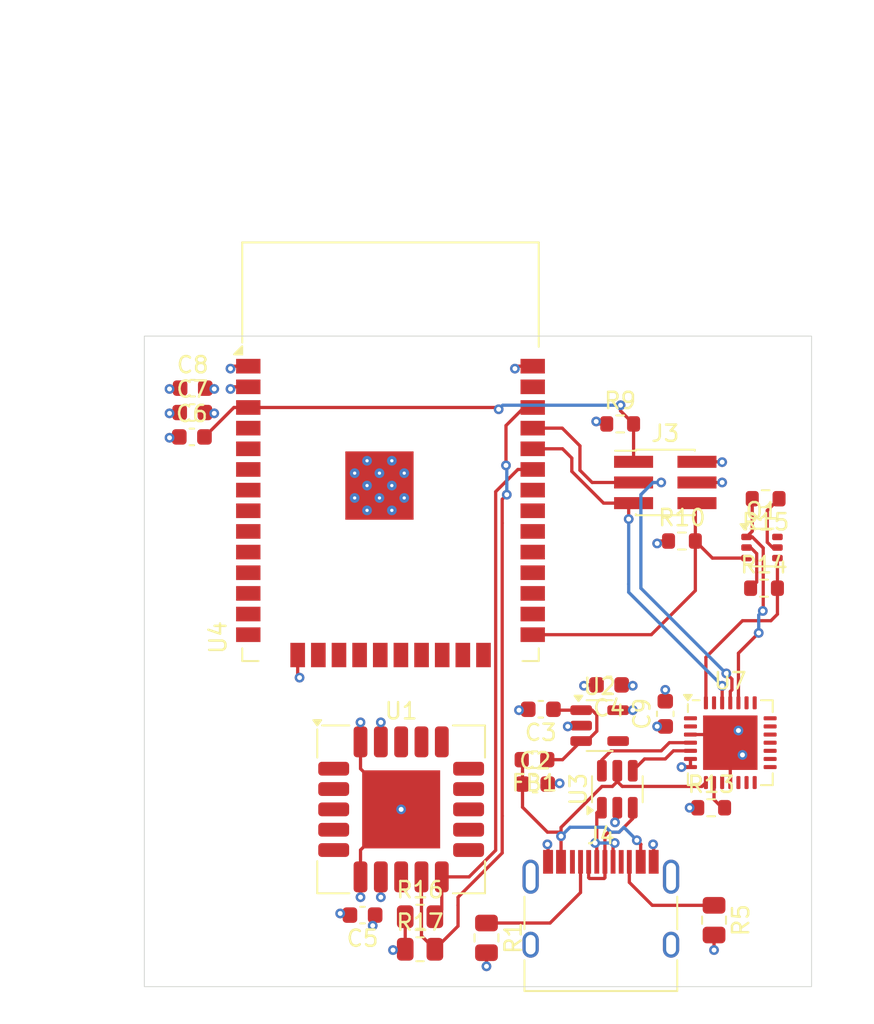
<source format=kicad_pcb>
(kicad_pcb (version 20241229) (generator "pcbnew") (generator_version "9.0")
  (layers (0 "F.Cu" signal) (4 "In1.Cu" signal) (6 "In2.Cu" signal) (2 "B.Cu" signal) (13 "F.Paste" user) (15 "B.Paste" user) (5 "F.SilkS" user "F.Silkscreen") (7 "B.SilkS" user "B.Silkscreen") (1 "F.Mask" user) (3 "B.Mask" user) (25 "Edge.Cuts" user))
  (net 0 "")
  (net 1 "GND")
  (net 2 "VIN")
  (net 3 "Net-(U2-EN)")
  (net 4 "+3.3V")
  (net 5 "EN")
  (net 7 "Net-(J4-CC2)")
  (net 8 "BT")
  (net 9 "TX")
  (net 10 "RX")
  (net 11 "SDA")
  (net 12 "SCL")
  (net 14 "USBN")
  (net 15 "USBP")
  (net 17 "/STDEsp32/GPIO35")
  (net 18 "/STDEsp32/GPIO12")
  (net 19 "/STDEsp32/GPIO39")
  (net 20 "/STDEsp32/GPIO33")
  (net 21 "/STDEsp32/GPIO16")
  (net 23 "/STDEsp32/GPIO34")
  (net 24 "/STDEsp32/GPIO26")
  (net 25 "/STDEsp32/GPIO25")
  (net 26 "/STDEsp32/GPIO36")
  (net 27 "/STDEsp32/GPIO14")
  (net 28 "/STDEsp32/GPIO27")
  (net 29 "/STDEsp32/GPIO17")
  (net 30 "/STDEsp32/GPIO19")
  (net 31 "/STDEsp32/GPIO32")
  (net 32 "/STDEsp32/GPIO2")
  (net 33 "/STDEsp32/GPIO13")
  (net 34 "/STDEsp32/GPIO15")
  (net 35 "/STDEsp32/GPIO18")
  (net 36 "/STDEsp32/GPIO5")
  (net 41 "/STDEsp32/GPIO23")
  (net 42 "/STDEsp32/GPIO4")
  (net 44 "/USBSerial/EN")
  (net 45 "Net-(Q1A-B1)")
  (net 46 "Net-(Q1A-E1)")
  (net 47 "Net-(Q1B-B2)")
  (net 48 "Net-(Q1B-E2)")
  (net 49 "Net-(U7-~{RST})")
  (net 66 "D-")
  (net 67 "D+")
  (net 69 "Net-(J4-CC1)")
  (footprint "Resistor_SMD:R_0603_1608Metric" (layer "F.Cu") (at 193.825 94)
    (property "Reference" "R13" (at 0 -1.43 0) (layer "F.SilkS"))
    (property "Value" "1k")
    (pad "1" smd roundrect (at -0.825 0) (size 0.8 0.95) (layers "F.Cu" "F.Mask" "F.Paste") (net 4 "+3.3V"))
    (pad "2" smd roundrect (at 0.825 0) (size 0.8 0.95) (layers "F.Cu" "F.Mask" "F.Paste") (net 49 "Net-(U7-~{RST})"))
  )
  (footprint "Capacitor_SMD:C_0603_1608Metric" (layer "F.Cu") (at 191 88.225 90)
    (property "Reference" "C9" (at 0 -1.43 90) (layer "F.SilkS"))
    (property "Value" "10u")
    (pad "1" smd roundrect (at -0.775 0 90) (size 0.9 0.95) (layers "F.Cu" "F.Mask" "F.Paste") (net 4 "+3.3V"))
    (pad "2" smd roundrect (at 0.775 0 90) (size 0.9 0.95) (layers "F.Cu" "F.Mask" "F.Paste") (net 1 "GND"))
  )
  (footprint "Package_DFN_QFN:QFN-28-1EP_5x5mm_P0.5mm_EP3.35x3.35mm" (layer "F.Cu") (at 195 90)
    (property "Reference" "U7" (at 0 -3.8 0) (layer "F.SilkS"))
    (property "Value" "CP2102N-Axx-xQFN28")
    (pad "1" smd roundrect (at -2.45 -1.5) (size 0.8 0.25) (layers "F.Cu" "F.Mask" "F.Paste"))
    (pad "2" smd roundrect (at -2.45 -1) (size 0.8 0.25) (layers "F.Cu" "F.Mask" "F.Paste"))
    (pad "3" smd roundrect (at -2.45 -0.5) (size 0.8 0.25) (layers "F.Cu" "F.Mask" "F.Paste") (net 1 "GND"))
    (pad "4" smd roundrect (at -2.45 0) (size 0.8 0.25) (layers "F.Cu" "F.Mask" "F.Paste") (net 15 "USBP"))
    (pad "5" smd roundrect (at -2.45 0.5) (size 0.8 0.25) (layers "F.Cu" "F.Mask" "F.Paste") (net 14 "USBN"))
    (pad "6" smd roundrect (at -2.45 1) (size 0.8 0.25) (layers "F.Cu" "F.Mask" "F.Paste") (net 4 "+3.3V"))
    (pad "7" smd roundrect (at -2.45 1.5) (size 0.8 0.25) (layers "F.Cu" "F.Mask" "F.Paste") (net 4 "+3.3V"))
    (pad "8" smd roundrect (at -1.5 2.45) (size 0.25 0.8) (layers "F.Cu" "F.Mask" "F.Paste") (net 2 "VIN"))
    (pad "9" smd roundrect (at -1 2.45) (size 0.25 0.8) (layers "F.Cu" "F.Mask" "F.Paste") (net 49 "Net-(U7-~{RST})"))
    (pad "10" smd roundrect (at -0.5 2.45) (size 0.25 0.8) (layers "F.Cu" "F.Mask" "F.Paste"))
    (pad "11" smd roundrect (at 0 2.45) (size 0.25 0.8) (layers "F.Cu" "F.Mask" "F.Paste") (net 1 "GND"))
    (pad "12" smd roundrect (at 0.5 2.45) (size 0.25 0.8) (layers "F.Cu" "F.Mask" "F.Paste"))
    (pad "13" smd roundrect (at 1 2.45) (size 0.25 0.8) (layers "F.Cu" "F.Mask" "F.Paste"))
    (pad "14" smd roundrect (at 1.5 2.45) (size 0.25 0.8) (layers "F.Cu" "F.Mask" "F.Paste"))
    (pad "15" smd roundrect (at 2.45 1.5) (size 0.8 0.25) (layers "F.Cu" "F.Mask" "F.Paste"))
    (pad "16" smd roundrect (at 2.45 1) (size 0.8 0.25) (layers "F.Cu" "F.Mask" "F.Paste"))
    (pad "17" smd roundrect (at 2.45 0.5) (size 0.8 0.25) (layers "F.Cu" "F.Mask" "F.Paste"))
    (pad "18" smd roundrect (at 2.45 0) (size 0.8 0.25) (layers "F.Cu" "F.Mask" "F.Paste"))
    (pad "19" smd roundrect (at 2.45 -0.5) (size 0.8 0.25) (layers "F.Cu" "F.Mask" "F.Paste"))
    (pad "20" smd roundrect (at 2.45 -1) (size 0.8 0.25) (layers "F.Cu" "F.Mask" "F.Paste"))
    (pad "21" smd roundrect (at 2.45 -1.5) (size 0.8 0.25) (layers "F.Cu" "F.Mask" "F.Paste"))
    (pad "22" smd roundrect (at 1.5 -2.45) (size 0.25 0.8) (layers "F.Cu" "F.Mask" "F.Paste"))
    (pad "23" smd roundrect (at 1 -2.45) (size 0.25 0.8) (layers "F.Cu" "F.Mask" "F.Paste"))
    (pad "24" smd roundrect (at 0.5 -2.45) (size 0.25 0.8) (layers "F.Cu" "F.Mask" "F.Paste") (net 46 "Net-(Q1A-E1)"))
    (pad "25" smd roundrect (at 0 -2.45) (size 0.25 0.8) (layers "F.Cu" "F.Mask" "F.Paste") (net 9 "TX"))
    (pad "26" smd roundrect (at -0.5 -2.45) (size 0.25 0.8) (layers "F.Cu" "F.Mask" "F.Paste") (net 10 "RX"))
    (pad "27" smd roundrect (at -1 -2.45) (size 0.25 0.8) (layers "F.Cu" "F.Mask" "F.Paste"))
    (pad "28" smd roundrect (at -1.5 -2.45) (size 0.25 0.8) (layers "F.Cu" "F.Mask" "F.Paste") (net 48 "Net-(Q1B-E2)"))
    (pad "29" smd rect (at 0 0) (size 3.35 3.35) (property pad_prop_heatsink) (layers "F.Cu" "F.Mask") (net 1 "GND"))
  )
  (footprint "Resistor_SMD:R_0805_2012Metric" (layer "F.Cu") (at 194 100.9125 -90)
    (property "Reference" "R5" (at 0 -1.65 90) (layer "F.SilkS"))
    (property "Value" "5k1")
    (pad "1" smd roundrect (at -0.9125 0 270) (size 1.025 1.4) (layers "F.Cu" "F.Mask" "F.Paste") (roundrect_rratio 0.243902) (net 7 "Net-(J4-CC2)"))
    (pad "2" smd roundrect (at 0.9125 0 270) (size 1.025 1.4) (layers "F.Cu" "F.Mask" "F.Paste") (roundrect_rratio 0.243902) (net 1 "GND"))
  )
  (footprint "Resistor_SMD:R_0805_2012Metric" (layer "F.Cu") (at 175.9125 102.7)
    (property "Reference" "R17" (at 0 -1.65 0) (layer "F.SilkS"))
    (property "Value" "10k")
    (pad "1" smd roundrect (at -0.9125 0) (size 1.025 1.4) (layers "F.Cu" "F.Mask" "F.Paste") (roundrect_rratio 0.243902) (net 4 "+3.3V"))
    (pad "2" smd roundrect (at 0.9125 0) (size 1.025 1.4) (layers "F.Cu" "F.Mask" "F.Paste") (roundrect_rratio 0.243902) (net 12 "SCL"))
  )
  (footprint "Resistor_SMD:R_0805_2012Metric" (layer "F.Cu") (at 175.9125 100.7)
    (property "Reference" "R16" (at 0 -1.65 0) (layer "F.SilkS"))
    (property "Value" "10k")
    (pad "1" smd roundrect (at -0.9125 0) (size 1.025 1.4) (layers "F.Cu" "F.Mask" "F.Paste") (roundrect_rratio 0.243902) (net 4 "+3.3V"))
    (pad "2" smd roundrect (at 0.9125 0) (size 1.025 1.4) (layers "F.Cu" "F.Mask" "F.Paste") (roundrect_rratio 0.243902) (net 11 "SDA"))
  )
  (footprint "Resistor_SMD:R_0603_1608Metric" (layer "F.Cu") (at 188.225 70.4)
    (property "Reference" "R9" (at 0 -1.43 0) (layer "F.SilkS"))
    (property "Value" "10K")
    (pad "1" smd roundrect (at -0.825 0) (size 0.8 0.95) (layers "F.Cu" "F.Mask" "F.Paste") (net 4 "+3.3V"))
    (pad "2" smd roundrect (at 0.825 0) (size 0.8 0.95) (layers "F.Cu" "F.Mask" "F.Paste") (net 5 "EN"))
  )
  (footprint "Capacitor_SMD:C_0603_1608Metric" (layer "F.Cu") (at 172.375 100.6 180)
    (property "Reference" "C5" (at 0 -1.43 0) (layer "F.SilkS"))
    (property "Value" "1uF")
    (pad "1" smd roundrect (at -0.775 0 180) (size 0.9 0.95) (layers "F.Cu" "F.Mask" "F.Paste") (net 4 "+3.3V"))
    (pad "2" smd roundrect (at 0.775 0 180) (size 0.9 0.95) (layers "F.Cu" "F.Mask" "F.Paste") (net 1 "GND"))
  )
  (footprint "Connector_PinHeader_1.27mm:PinHeader_2x03_P1.27mm_Vertical_SMD" (layer "F.Cu") (at 191 74)
    (property "Reference" "J3" (at 0 -3.015 0) (layer "F.SilkS"))
    (property "Value" "Prog")
    (pad "1" smd rect (at -1.95 -1.27) (size 2.4 0.74) (layers "F.Cu" "F.Mask" "F.Paste") (net 5 "EN"))
    (pad "2" smd rect (at 1.95 -1.27) (size 2.4 0.74) (layers "F.Cu" "F.Mask" "F.Paste") (net 4 "+3.3V"))
    (pad "3" smd rect (at -1.95 0) (size 2.4 0.74) (layers "F.Cu" "F.Mask" "F.Paste") (net 9 "TX"))
    (pad "4" smd rect (at 1.95 0) (size 2.4 0.74) (layers "F.Cu" "F.Mask" "F.Paste") (net 1 "GND"))
    (pad "5" smd rect (at -1.95 1.27) (size 2.4 0.74) (layers "F.Cu" "F.Mask" "F.Paste") (net 10 "RX"))
    (pad "6" smd rect (at 1.95 1.27) (size 2.4 0.74) (layers "F.Cu" "F.Mask" "F.Paste") (net 8 "BT"))
  )
  (footprint "Capacitor_SMD:C_0603_1608Metric" (layer "F.Cu") (at 182.9925 92.545)
    (property "Reference" "C2" (at 0 -1.43 0) (layer "F.SilkS"))
    (property "Value" "10nF")
    (pad "1" smd roundrect (at -0.775 0) (size 0.9 0.95) (layers "F.Cu" "F.Mask" "F.Paste") (net 2 "VIN"))
    (pad "2" smd roundrect (at 0.775 0) (size 0.9 0.95) (layers "F.Cu" "F.Mask" "F.Paste") (net 1 "GND"))
  )
  (footprint "Inductor_SMD:L_0603_1608Metric" (layer "F.Cu") (at 182.955 91.045 180)
    (property "Reference" "FB1" (at 0 -1.43 0) (layer "F.SilkS"))
    (property "Value" "Ferrite Bead")
    (pad "1" smd roundrect (at -0.7875 0 180) (size 0.875 0.95) (layers "F.Cu" "F.Mask" "F.Paste") (net 3 "Net-(U2-EN)"))
    (pad "2" smd roundrect (at 0.7875 0 180) (size 0.875 0.95) (layers "F.Cu" "F.Mask" "F.Paste") (net 2 "VIN"))
  )
  (footprint "Capacitor_SMD:C_0603_1608Metric" (layer "F.Cu") (at 161.925 68.2)
    (property "Reference" "C8" (at 0 -1.43 0) (layer "F.SilkS"))
    (property "Value" "0.1uf")
    (pad "1" smd roundrect (at -0.775 0) (size 0.9 0.95) (layers "F.Cu" "F.Mask" "F.Paste") (net 1 "GND"))
    (pad "2" smd roundrect (at 0.775 0) (size 0.9 0.95) (layers "F.Cu" "F.Mask" "F.Paste") (net 4 "+3.3V"))
  )
  (footprint "Capacitor_SMD:C_0603_1608Metric" (layer "F.Cu") (at 161.875 71.2)
    (property "Reference" "C6" (at 0 -1.43 0) (layer "F.SilkS"))
    (property "Value" "0.1uf")
    (pad "1" smd roundrect (at -0.775 0) (size 0.9 0.95) (layers "F.Cu" "F.Mask" "F.Paste") (net 1 "GND"))
    (pad "2" smd roundrect (at 0.775 0) (size 0.9 0.95) (layers "F.Cu" "F.Mask" "F.Paste") (net 5 "EN"))
  )
  (footprint "Package_TO_SOT_SMD:SOT-363_SC-70-6" (layer "F.Cu") (at 196.95 78)
    (property "Reference" "Q1" (at 0 -2.25 0) (layer "F.SilkS"))
    (property "Value" "BC846BS")
    (pad "1" smd roundrect (at -0.95 -0.65) (size 0.65 0.4) (layers "F.Cu" "F.Mask" "F.Paste") (net 46 "Net-(Q1A-E1)"))
    (pad "2" smd roundrect (at -0.95 0) (size 0.65 0.4) (layers "F.Cu" "F.Mask" "F.Paste") (net 45 "Net-(Q1A-B1)"))
    (pad "3" smd roundrect (at -0.95 0.65) (size 0.65 0.4) (layers "F.Cu" "F.Mask" "F.Paste") (net 8 "BT"))
    (pad "4" smd roundrect (at 0.95 0.65) (size 0.65 0.4) (layers "F.Cu" "F.Mask" "F.Paste") (net 48 "Net-(Q1B-E2)"))
    (pad "5" smd roundrect (at 0.95 0) (size 0.65 0.4) (layers "F.Cu" "F.Mask" "F.Paste") (net 47 "Net-(Q1B-B2)"))
    (pad "6" smd roundrect (at 0.95 -0.65) (size 0.65 0.4) (layers "F.Cu" "F.Mask" "F.Paste") (net 44 "/USBSerial/EN"))
  )
  (footprint "Connector_USB:USB_C_Receptacle_HRO_TYPE-C-31-M-12" (layer "F.Cu") (at 187.0375 101.37)
    (property "Reference" "J4" (at 0 -5.645 0) (layer "F.SilkS"))
    (property "Value" "USB_C_Receptacle")
    (pad "" np_thru_hole circle (at -2.89 -2.6) (size 0.65 0.65) (drill 0.65) (layers "*.Cu" "*.Mask"))
    (pad "" np_thru_hole circle (at 2.89 -2.6) (size 0.65 0.65) (drill 0.65) (layers "*.Cu" "*.Mask"))
    (pad "A1" smd rect (at -3.25 -4.045) (size 0.6 1.45) (layers "F.Cu" "F.Mask" "F.Paste") (net 1 "GND"))
    (pad "A4" smd rect (at -2.45 -4.045) (size 0.6 1.45) (layers "F.Cu" "F.Mask" "F.Paste") (net 2 "VIN"))
    (pad "A5" smd rect (at -1.25 -4.045) (size 0.3 1.45) (layers "F.Cu" "F.Mask" "F.Paste") (net 69 "Net-(J4-CC1)"))
    (pad "A6" smd rect (at -0.25 -4.045) (size 0.3 1.45) (layers "F.Cu" "F.Mask" "F.Paste") (net 67 "D+"))
    (pad "A7" smd rect (at 0.25 -4.045) (size 0.3 1.45) (layers "F.Cu" "F.Mask" "F.Paste") (net 66 "D-"))
    (pad "A8" smd rect (at 1.25 -4.045) (size 0.3 1.45) (layers "F.Cu" "F.Mask" "F.Paste"))
    (pad "A9" smd rect (at 2.45 -4.045) (size 0.6 1.45) (layers "F.Cu" "F.Mask" "F.Paste") (net 2 "VIN"))
    (pad "A12" smd rect (at 3.25 -4.045) (size 0.6 1.45) (layers "F.Cu" "F.Mask" "F.Paste") (net 1 "GND"))
    (pad "B1" smd rect (at 3.25 -4.045) (size 0.6 1.45) (layers "F.Cu" "F.Mask" "F.Paste") (net 1 "GND"))
    (pad "B4" smd rect (at 2.45 -4.045) (size 0.6 1.45) (layers "F.Cu" "F.Mask" "F.Paste") (net 2 "VIN"))
    (pad "B5" smd rect (at 1.75 -4.045) (size 0.3 1.45) (layers "F.Cu" "F.Mask" "F.Paste") (net 7 "Net-(J4-CC2)"))
    (pad "B6" smd rect (at 0.75 -4.045) (size 0.3 1.45) (layers "F.Cu" "F.Mask" "F.Paste") (net 67 "D+"))
    (pad "B7" smd rect (at -0.75 -4.045) (size 0.3 1.45) (layers "F.Cu" "F.Mask" "F.Paste") (net 66 "D-"))
    (pad "B8" smd rect (at -1.75 -4.045) (size 0.3 1.45) (layers "F.Cu" "F.Mask" "F.Paste"))
    (pad "B9" smd rect (at -2.45 -4.045) (size 0.6 1.45) (layers "F.Cu" "F.Mask" "F.Paste") (net 2 "VIN"))
    (pad "B12" smd rect (at -3.25 -4.045) (size 0.6 1.45) (layers "F.Cu" "F.Mask" "F.Paste") (net 1 "GND"))
    (pad "S1" thru_hole oval (at -4.32 -3.13) (size 1 2.1) (drill oval 0.6 1.7) (property pad_prop_heatsink) (layers "*.Cu" "*.Mask") (net 1 "GND"))
    (pad "S1" thru_hole oval (at -4.32 1.05) (size 1 1.6) (drill oval 0.6 1.2) (property pad_prop_heatsink) (layers "*.Cu" "*.Mask") (net 1 "GND"))
    (pad "S1" thru_hole oval (at 4.32 -3.13) (size 1 2.1) (drill oval 0.6 1.7) (property pad_prop_heatsink) (layers "*.Cu" "*.Mask") (net 1 "GND"))
    (pad "S1" thru_hole oval (at 4.32 1.05) (size 1 1.6) (drill oval 0.6 1.2) (property pad_prop_heatsink) (layers "*.Cu" "*.Mask") (net 1 "GND"))
  )
  (footprint "Resistor_SMD:R_0603_1608Metric" (layer "F.Cu") (at 197.175 75 180)
    (property "Reference" "R15" (at 0 -1.43 0) (layer "F.SilkS"))
    (property "Value" "10k")
    (pad "1" smd roundrect (at -0.825 0 180) (size 0.8 0.95) (layers "F.Cu" "F.Mask" "F.Paste") (net 47 "Net-(Q1B-B2)"))
    (pad "2" smd roundrect (at 0.825 0 180) (size 0.8 0.95) (layers "F.Cu" "F.Mask" "F.Paste") (net 46 "Net-(Q1A-E1)"))
  )
  (footprint "Package_TO_SOT_SMD:SOT-23-6" (layer "F.Cu") (at 188.05 92.8625 90)
    (property "Reference" "U3" (at 0 -2.4 90) (layer "F.SilkS"))
    (property "Value" "USBLC6-2SC6")
    (pad "1" smd roundrect (at -1.1375 -0.95 90) (size 1.325 0.6) (layers "F.Cu" "F.Mask" "F.Paste") (net 67 "D+"))
    (pad "2" smd roundrect (at -1.1375 0 90) (size 1.325 0.6) (layers "F.Cu" "F.Mask" "F.Paste") (net 1 "GND"))
    (pad "3" smd roundrect (at -1.1375 0.95 90) (size 1.325 0.6) (layers "F.Cu" "F.Mask" "F.Paste") (net 66 "D-"))
    (pad "4" smd roundrect (at 1.1375 0.95 90) (size 1.325 0.6) (layers "F.Cu" "F.Mask" "F.Paste") (net 14 "USBN"))
    (pad "5" smd roundrect (at 1.1375 0 90) (size 1.325 0.6) (layers "F.Cu" "F.Mask" "F.Paste") (net 2 "VIN"))
    (pad "6" smd roundrect (at 1.1375 -0.95 90) (size 1.325 0.6) (layers "F.Cu" "F.Mask" "F.Paste") (net 15 "USBP"))
  )
  (footprint "Package_TO_SOT_SMD:SOT-23-5" (layer "F.Cu") (at 186.9625 88.95)
    (property "Reference" "U2" (at 0 -2.4 0) (layer "F.SilkS"))
    (property "Value" "AP2112K-3.3")
    (pad "1" smd roundrect (at -1.1375 -0.95) (size 1.325 0.6) (layers "F.Cu" "F.Mask" "F.Paste") (net 3 "Net-(U2-EN)"))
    (pad "2" smd roundrect (at -1.1375 0) (size 1.325 0.6) (layers "F.Cu" "F.Mask" "F.Paste") (net 1 "GND"))
    (pad "3" smd roundrect (at -1.1375 0.95) (size 1.325 0.6) (layers "F.Cu" "F.Mask" "F.Paste") (net 3 "Net-(U2-EN)"))
    (pad "4" smd roundrect (at 1.1375 0.95) (size 1.325 0.6) (layers "F.Cu" "F.Mask" "F.Paste"))
    (pad "5" smd roundrect (at 1.1375 -0.95) (size 1.325 0.6) (layers "F.Cu" "F.Mask" "F.Paste") (net 4 "+3.3V"))
  )
  (footprint "RF_Module:ESP32-WROOM-32" (layer "F.Cu") (at 174.095 75.1)
    (property "Reference" "U4" (at -10.61 8.43 90) (layer "F.SilkS"))
    (property "Value" "ESP32-WROOM-32")
    (pad "1" smd rect (at -8.75 -8.25) (size 1.5 0.9) (layers "F.Cu" "F.Mask" "F.Paste") (net 1 "GND"))
    (pad "2" smd rect (at -8.75 -6.98) (size 1.5 0.9) (layers "F.Cu" "F.Mask" "F.Paste") (net 4 "+3.3V"))
    (pad "3" smd rect (at -8.75 -5.71) (size 1.5 0.9) (layers "F.Cu" "F.Mask" "F.Paste") (net 5 "EN"))
    (pad "4" smd rect (at -8.75 -4.44) (size 1.5 0.9) (layers "F.Cu" "F.Mask" "F.Paste") (net 26 "/STDEsp32/GPIO36"))
    (pad "5" smd rect (at -8.75 -3.17) (size 1.5 0.9) (layers "F.Cu" "F.Mask" "F.Paste") (net 19 "/STDEsp32/GPIO39"))
    (pad "6" smd rect (at -8.75 -1.9) (size 1.5 0.9) (layers "F.Cu" "F.Mask" "F.Paste") (net 23 "/STDEsp32/GPIO34"))
    (pad "7" smd rect (at -8.75 -0.63) (size 1.5 0.9) (layers "F.Cu" "F.Mask" "F.Paste") (net 17 "/STDEsp32/GPIO35"))
    (pad "8" smd rect (at -8.75 0.64) (size 1.5 0.9) (layers "F.Cu" "F.Mask" "F.Paste") (net 31 "/STDEsp32/GPIO32"))
    (pad "9" smd rect (at -8.75 1.91) (size 1.5 0.9) (layers "F.Cu" "F.Mask" "F.Paste") (net 20 "/STDEsp32/GPIO33"))
    (pad "10" smd rect (at -8.75 3.18) (size 1.5 0.9) (layers "F.Cu" "F.Mask" "F.Paste") (net 25 "/STDEsp32/GPIO25"))
    (pad "11" smd rect (at -8.75 4.45) (size 1.5 0.9) (layers "F.Cu" "F.Mask" "F.Paste") (net 24 "/STDEsp32/GPIO26"))
    (pad "12" smd rect (at -8.75 5.72) (size 1.5 0.9) (layers "F.Cu" "F.Mask" "F.Paste") (net 28 "/STDEsp32/GPIO27"))
    (pad "13" smd rect (at -8.75 6.99) (size 1.5 0.9) (layers "F.Cu" "F.Mask" "F.Paste") (net 27 "/STDEsp32/GPIO14"))
    (pad "14" smd rect (at -8.75 8.26) (size 1.5 0.9) (layers "F.Cu" "F.Mask" "F.Paste") (net 18 "/STDEsp32/GPIO12"))
    (pad "15" smd rect (at -5.71 9.51 90) (size 1.5 0.9) (layers "F.Cu" "F.Mask" "F.Paste") (net 1 "GND"))
    (pad "16" smd rect (at -4.44 9.51 90) (size 1.5 0.9) (layers "F.Cu" "F.Mask" "F.Paste") (net 33 "/STDEsp32/GPIO13"))
    (pad "17" smd rect (at -3.17 9.51 90) (size 1.5 0.9) (layers "F.Cu" "F.Mask" "F.Paste"))
    (pad "18" smd rect (at -1.9 9.51 90) (size 1.5 0.9) (layers "F.Cu" "F.Mask" "F.Paste"))
    (pad "19" smd rect (at -0.63 9.51 90) (size 1.5 0.9) (layers "F.Cu" "F.Mask" "F.Paste"))
    (pad "20" smd rect (at 0.64 9.51 90) (size 1.5 0.9) (layers "F.Cu" "F.Mask" "F.Paste"))
    (pad "21" smd rect (at 1.91 9.51 90) (size 1.5 0.9) (layers "F.Cu" "F.Mask" "F.Paste"))
    (pad "22" smd rect (at 3.18 9.51 90) (size 1.5 0.9) (layers "F.Cu" "F.Mask" "F.Paste"))
    (pad "23" smd rect (at 4.45 9.51 90) (size 1.5 0.9) (layers "F.Cu" "F.Mask" "F.Paste") (net 34 "/STDEsp32/GPIO15"))
    (pad "24" smd rect (at 5.72 9.51 90) (size 1.5 0.9) (layers "F.Cu" "F.Mask" "F.Paste") (net 32 "/STDEsp32/GPIO2"))
    (pad "25" smd rect (at 8.75 8.26) (size 1.5 0.9) (layers "F.Cu" "F.Mask" "F.Paste") (net 8 "BT"))
    (pad "26" smd rect (at 8.75 6.99) (size 1.5 0.9) (layers "F.Cu" "F.Mask" "F.Paste") (net 42 "/STDEsp32/GPIO4"))
    (pad "27" smd rect (at 8.75 5.72) (size 1.5 0.9) (layers "F.Cu" "F.Mask" "F.Paste") (net 21 "/STDEsp32/GPIO16"))
    (pad "28" smd rect (at 8.75 4.45) (size 1.5 0.9) (layers "F.Cu" "F.Mask" "F.Paste") (net 29 "/STDEsp32/GPIO17"))
    (pad "29" smd rect (at 8.75 3.18) (size 1.5 0.9) (layers "F.Cu" "F.Mask" "F.Paste") (net 36 "/STDEsp32/GPIO5"))
    (pad "30" smd rect (at 8.75 1.91) (size 1.5 0.9) (layers "F.Cu" "F.Mask" "F.Paste") (net 35 "/STDEsp32/GPIO18"))
    (pad "31" smd rect (at 8.75 0.64) (size 1.5 0.9) (layers "F.Cu" "F.Mask" "F.Paste") (net 30 "/STDEsp32/GPIO19"))
    (pad "32" smd rect (at 8.75 -0.63) (size 1.5 0.9) (layers "F.Cu" "F.Mask" "F.Paste"))
    (pad "33" smd rect (at 8.75 -1.9) (size 1.5 0.9) (layers "F.Cu" "F.Mask" "F.Paste") (net 11 "SDA"))
    (pad "34" smd rect (at 8.75 -3.17) (size 1.5 0.9) (layers "F.Cu" "F.Mask" "F.Paste") (net 10 "RX"))
    (pad "35" smd rect (at 8.75 -4.44) (size 1.5 0.9) (layers "F.Cu" "F.Mask" "F.Paste") (net 9 "TX"))
    (pad "36" smd rect (at 8.75 -5.71) (size 1.5 0.9) (layers "F.Cu" "F.Mask" "F.Paste") (net 12 "SCL"))
    (pad "37" smd rect (at 8.75 -6.98) (size 1.5 0.9) (layers "F.Cu" "F.Mask" "F.Paste") (net 41 "/STDEsp32/GPIO23"))
    (pad "38" smd rect (at 8.75 -8.25) (size 1.5 0.9) (layers "F.Cu" "F.Mask" "F.Paste") (net 1 "GND"))
    (pad "39" smd rect (at -2.205 -2.435) (size 1.05 1.05) (layers "F.Cu" "F.Paste") (net 1 "GND"))
    (pad "39" thru_hole circle (at -2.205 -1.6725) (size 0.6 0.6) (drill 0.2) (property pad_prop_heatsink) (layers "*.Cu" "F.Mask") (net 1 "GND"))
    (pad "39" smd rect (at -2.205 -0.91) (size 1.05 1.05) (layers "F.Cu" "F.Paste") (net 1 "GND"))
    (pad "39" thru_hole circle (at -2.205 -0.1475) (size 0.6 0.6) (drill 0.2) (property pad_prop_heatsink) (layers "*.Cu" "F.Mask") (net 1 "GND"))
    (pad "39" smd rect (at -2.205 0.615) (size 1.05 1.05) (layers "F.Cu" "F.Paste") (net 1 "GND"))
    (pad "39" thru_hole circle (at -1.4425 -2.435) (size 0.6 0.6) (drill 0.2) (property pad_prop_heatsink) (layers "*.Cu" "F.Mask") (net 1 "GND"))
    (pad "39" thru_hole circle (at -1.4425 -0.91) (size 0.6 0.6) (drill 0.2) (property pad_prop_heatsink) (layers "*.Cu" "F.Mask") (net 1 "GND"))
    (pad "39" thru_hole circle (at -1.4425 0.615) (size 0.6 0.6) (drill 0.2) (property pad_prop_heatsink) (layers "*.Cu" "F.Mask") (net 1 "GND"))
    (pad "39" smd rect (at -0.68 -2.435) (size 1.05 1.05) (layers "F.Cu" "F.Paste") (net 1 "GND"))
    (pad "39" thru_hole circle (at -0.68 -1.6725) (size 0.6 0.6) (drill 0.2) (property pad_prop_heatsink) (layers "*.Cu" "F.Mask") (net 1 "GND"))
    (pad "39" smd rect (at -0.68 -0.91) (size 1.05 1.05) (layers "F.Cu" "F.Paste") (net 1 "GND"))
    (pad "39" smd rect (at -0.68 -0.91) (size 4.2 4.2) (property pad_prop_heatsink) (layers "F.Cu" "F.Mask") (net 1 "GND"))
    (pad "39" thru_hole circle (at -0.68 -0.1475) (size 0.6 0.6) (drill 0.2) (property pad_prop_heatsink) (layers "*.Cu" "F.Mask") (net 1 "GND"))
    (pad "39" smd rect (at -0.68 0.615) (size 1.05 1.05) (layers "F.Cu" "F.Paste") (net 1 "GND"))
    (pad "39" thru_hole circle (at 0.0825 -2.435) (size 0.6 0.6) (drill 0.2) (property pad_prop_heatsink) (layers "*.Cu" "F.Mask") (net 1 "GND"))
    (pad "39" thru_hole circle (at 0.0825 -0.91) (size 0.6 0.6) (drill 0.2) (property pad_prop_heatsink) (layers "*.Cu" "F.Mask") (net 1 "GND"))
    (pad "39" thru_hole circle (at 0.0825 0.615) (size 0.6 0.6) (drill 0.2) (property pad_prop_heatsink) (layers "*.Cu" "F.Mask") (net 1 "GND"))
    (pad "39" smd rect (at 0.845 -2.435) (size 1.05 1.05) (layers "F.Cu" "F.Paste") (net 1 "GND"))
    (pad "39" thru_hole circle (at 0.845 -1.6725) (size 0.6 0.6) (drill 0.2) (property pad_prop_heatsink) (layers "*.Cu" "F.Mask") (net 1 "GND"))
    (pad "39" smd rect (at 0.845 -0.91) (size 1.05 1.05) (layers "F.Cu" "F.Paste") (net 1 "GND"))
    (pad "39" thru_hole circle (at 0.845 -0.1475) (size 0.6 0.6) (drill 0.2) (property pad_prop_heatsink) (layers "*.Cu" "F.Mask") (net 1 "GND"))
    (pad "39" smd rect (at 0.845 0.615) (size 1.05 1.05) (layers "F.Cu" "F.Paste") (net 1 "GND"))
  )
  (footprint "Resistor_SMD:R_0805_2012Metric" (layer "F.Cu") (at 180 102 -90)
    (property "Reference" "R1" (at 0 -1.65 90) (layer "F.SilkS"))
    (property "Value" "5k1")
    (pad "1" smd roundrect (at -0.9125 0 270) (size 1.025 1.4) (layers "F.Cu" "F.Mask" "F.Paste") (roundrect_rratio 0.243902) (net 69 "Net-(J4-CC1)"))
    (pad "2" smd roundrect (at 0.9125 0 270) (size 1.025 1.4) (layers "F.Cu" "F.Mask" "F.Paste") (roundrect_rratio 0.243902) (net 1 "GND"))
  )
  (footprint "Resistor_SMD:R_0603_1608Metric" (layer "F.Cu") (at 197.075 80.5)
    (property "Reference" "R14" (at 0 -1.43 0) (layer "F.SilkS"))
    (property "Value" "10k")
    (pad "1" smd roundrect (at -0.825 0) (size 0.8 0.95) (layers "F.Cu" "F.Mask" "F.Paste") (net 45 "Net-(Q1A-B1)"))
    (pad "2" smd roundrect (at 0.825 0) (size 0.8 0.95) (layers "F.Cu" "F.Mask" "F.Paste") (net 48 "Net-(Q1B-E2)"))
  )
  (footprint "Resistor_SMD:R_0603_1608Metric" (layer "F.Cu") (at 192.025 77.6)
    (property "Reference" "R10" (at 0 -1.43 0) (layer "F.SilkS"))
    (property "Value" "10K")
    (pad "1" smd roundrect (at -0.825 0) (size 0.8 0.95) (layers "F.Cu" "F.Mask" "F.Paste") (net 4 "+3.3V"))
    (pad "2" smd roundrect (at 0.825 0) (size 0.8 0.95) (layers "F.Cu" "F.Mask" "F.Paste") (net 8 "BT"))
  )
  (footprint "Capacitor_SMD:C_0603_1608Metric" (layer "F.Cu") (at 161.9 69.7)
    (property "Reference" "C7" (at 0 -1.43 0) (layer "F.SilkS"))
    (property "Value" "0.1uf")
    (pad "1" smd roundrect (at -0.775 0) (size 0.9 0.95) (layers "F.Cu" "F.Mask" "F.Paste") (net 1 "GND"))
    (pad "2" smd roundrect (at 0.775 0) (size 0.9 0.95) (layers "F.Cu" "F.Mask" "F.Paste") (net 4 "+3.3V"))
  )
  (footprint "Capacitor_SMD:C_0603_1608Metric" (layer "F.Cu") (at 187.5425 86.445 180)
    (property "Reference" "C4" (at 0 -1.43 0) (layer "F.SilkS"))
    (property "Value" "1uF")
    (pad "1" smd roundrect (at -0.775 0 180) (size 0.9 0.95) (layers "F.Cu" "F.Mask" "F.Paste") (net 4 "+3.3V"))
    (pad "2" smd roundrect (at 0.775 0 180) (size 0.9 0.95) (layers "F.Cu" "F.Mask" "F.Paste") (net 1 "GND"))
  )
  (footprint "Capacitor_SMD:C_0603_1608Metric" (layer "F.Cu") (at 183.3425 87.945 180)
    (property "Reference" "C3" (at 0 -1.43 0) (layer "F.SilkS"))
    (property "Value" "1uF")
    (pad "1" smd roundrect (at -0.775 0 180) (size 0.9 0.95) (layers "F.Cu" "F.Mask" "F.Paste") (net 3 "Net-(U2-EN)"))
    (pad "2" smd roundrect (at 0.775 0 180) (size 0.9 0.95) (layers "F.Cu" "F.Mask" "F.Paste") (net 1 "GND"))
  )
  (footprint "Sensor:Sensirion_SCD4x-1EP_10.1x10.1mm_P1.25mm_EP4.8x4.8mm" (layer "F.Cu") (at 174.75 94.1)
    (property "Reference" "U1" (at 0 -6.05 0) (layer "F.SilkS"))
    (property "Value" "SCD41-D-R2")
    (pad "1" smd roundrect (at -4.15 -2.5) (size 1.9 0.85) (layers "F.Cu" "F.Mask" "F.Paste"))
    (pad "2" smd roundrect (at -4.15 -1.25) (size 1.9 0.85) (layers "F.Cu" "F.Mask" "F.Paste"))
    (pad "3" smd roundrect (at -4.15 0) (size 1.9 0.85) (layers "F.Cu" "F.Mask" "F.Paste"))
    (pad "4" smd roundrect (at -4.15 1.25) (size 1.9 0.85) (layers "F.Cu" "F.Mask" "F.Paste"))
    (pad "5" smd roundrect (at -4.15 2.5) (size 1.9 0.85) (layers "F.Cu" "F.Mask" "F.Paste"))
    (pad "6" smd roundrect (at -2.5 4.15) (size 0.85 1.9) (layers "F.Cu" "F.Mask" "F.Paste") (net 1 "GND"))
    (pad "7" smd roundrect (at -1.25 4.15) (size 0.85 1.9) (layers "F.Cu" "F.Mask" "F.Paste") (net 4 "+3.3V"))
    (pad "8" smd roundrect (at 0 4.15) (size 0.85 1.9) (layers "F.Cu" "F.Mask" "F.Paste"))
    (pad "9" smd roundrect (at 1.25 4.15) (size 0.85 1.9) (layers "F.Cu" "F.Mask" "F.Paste") (net 12 "SCL"))
    (pad "10" smd roundrect (at 2.5 4.15) (size 0.85 1.9) (layers "F.Cu" "F.Mask" "F.Paste") (net 11 "SDA"))
    (pad "11" smd roundrect (at 4.15 2.5) (size 1.9 0.85) (layers "F.Cu" "F.Mask" "F.Paste"))
    (pad "12" smd roundrect (at 4.15 1.25) (size 1.9 0.85) (layers "F.Cu" "F.Mask" "F.Paste"))
    (pad "13" smd roundrect (at 4.15 0) (size 1.9 0.85) (layers "F.Cu" "F.Mask" "F.Paste"))
    (pad "14" smd roundrect (at 4.15 -1.25) (size 1.9 0.85) (layers "F.Cu" "F.Mask" "F.Paste"))
    (pad "15" smd roundrect (at 4.15 -2.5) (size 1.9 0.85) (layers "F.Cu" "F.Mask" "F.Paste"))
    (pad "16" smd roundrect (at 2.5 -4.15) (size 0.85 1.9) (layers "F.Cu" "F.Mask" "F.Paste"))
    (pad "17" smd roundrect (at 1.25 -4.15) (size 0.85 1.9) (layers "F.Cu" "F.Mask" "F.Paste"))
    (pad "18" smd roundrect (at 0 -4.15) (size 0.85 1.9) (layers "F.Cu" "F.Mask" "F.Paste"))
    (pad "19" smd roundrect (at -1.25 -4.15) (size 0.85 1.9) (layers "F.Cu" "F.Mask" "F.Paste") (net 4 "+3.3V"))
    (pad "20" smd roundrect (at -2.5 -4.15) (size 0.85 1.9) (layers "F.Cu" "F.Mask" "F.Paste") (net 1 "GND"))
    (pad "21" smd rect (at 0 0) (size 4.8 4.8) (property pad_prop_heatsink) (layers "F.Cu" "F.Mask") (net 1 "GND"))
  )
  (gr_rect (start 158.95 65) (end 200 105) (stroke (width 0.05)) (fill no) (layer "Edge.Cuts"))
  (segment (start 168.385 84.61) (end 168.385 85.885) (width 0.2) (layer "F.Cu") (net 1))
  (segment (start 182.5675 87.945) (end 182.055 87.945) (width 0.2) (layer "F.Cu") (net 1))
  (segment (start 172.25 98.25) (end 172.25 96.6) (width 0.2) (layer "F.Cu") (net 1))
  (segment (start 161.125 69.7) (end 160.55 69.7) (width 0.2) (layer "F.Cu") (net 1))
  (segment (start 191 87.45) (end 191 86.75) (width 0.2) (layer "F.Cu") (net 1))
  (segment (start 195 90) (end 195.75 90.75) (width 0.2) (layer "F.Cu") (net 1))
  (segment (start 192.95 74) (end 194.5 74) (width 0.2) (layer "F.Cu") (net 1))
  (segment (start 172.25 89.95) (end 172.25 91.6) (width 0.2) (layer "F.Cu") (net 1))
  (segment (start 185.05 88.95) (end 185 89) (width 0.2) (layer "F.Cu") (net 1))
  (segment (start 160.55 71.2) (end 160.5 71.25) (width 0.2) (layer "F.Cu") (net 1))
  (segment (start 183.7875 96.2875) (end 183.75 96.25) (width 0.2) (layer "F.Cu") (net 1))
  (segment (start 172.25 98.25) (end 172.25 99.5) (width 0.2) (layer "F.Cu") (net 1))
  (segment (start 190.2875 97.325) (end 190.2875 96.2875) (width 0.2) (layer "F.Cu") (net 1))
  (segment (start 172.25 89.95) (end 172.25 88.75) (width 0.2) (layer "F.Cu") (net 1))
  (segment (start 195 89.75) (end 195.5 89.25) (width 0.2) (layer "F.Cu") (net 1))
  (segment (start 183.7875 97.325) (end 183.7875 96.2875) (width 0.2) (layer "F.Cu") (net 1))
  (segment (start 168.385 85.885) (end 168.5 86) (width 0.2) (layer "F.Cu") (net 1))
  (segment (start 195 90) (end 195 89.75) (width 0.2) (layer "F.Cu") (net 1))
  (segment (start 190.2875 96.2875) (end 190.25 96.25) (width 0.2) (layer "F.Cu") (net 1))
  (segment (start 188.05 94.756985) (end 187.906985 94.9) (width 0.2) (layer "F.Cu") (net 1))
  (segment (start 186.055 86.445) (end 186 86.5) (width 0.2) (layer "F.Cu") (net 1))
  (segment (start 182.845 66.85) (end 181.9 66.85) (width 0.2) (layer "F.Cu") (net 1))
  (segment (start 186.7675 86.445) (end 186.055 86.445) (width 0.2) (layer "F.Cu") (net 1))
  (segment (start 194 101.825) (end 194 102.75) (width 0.2) (layer "F.Cu") (net 1))
  (segment (start 172.25 96.6) (end 174.75 94.1) (width 0.2) (layer "F.Cu") (net 1))
  (segment (start 171.1 100.6) (end 171 100.5) (width 0.2) (layer "F.Cu") (net 1))
  (segment (start 183.7675 92.545) (end 184.455 92.545) (width 0.2) (layer "F.Cu") (net 1))
  (segment (start 180 102.9125) (end 180 103.75) (width 0.2) (layer "F.Cu") (net 1))
  (segment (start 192.55 89.5) (end 194.5 89.5) (width 0.2) (layer "F.Cu") (net 1))
  (segment (start 164.4 66.85) (end 164.25 67) (width 0.2) (layer "F.Cu") (net 1))
  (segment (start 172.25 91.6) (end 174.75 94.1) (width 0.2) (layer "F.Cu") (net 1))
  (segment (start 184.455 92.545) (end 184.5 92.5) (width 0.2) (layer "F.Cu") (net 1))
  (segment (start 195 92.45) (end 195 90) (width 0.2) (layer "F.Cu") (net 1))
  (segment (start 160.55 69.7) (end 160.5 69.75) (width 0.2) (layer "F.Cu") (net 1))
  (segment (start 188.05 94) (end 188.05 94.756985) (width 0.2) (layer "F.Cu") (net 1))
  (segment (start 182.055 87.945) (end 182 88) (width 0.2) (layer "F.Cu") (net 1))
  (segment (start 181.9 66.85) (end 181.75 67) (width 0.2) (layer "F.Cu") (net 1))
  (segment (start 165.345 66.85) (end 164.4 66.85) (width 0.2) (layer "F.Cu") (net 1))
  (segment (start 194.5 89.5) (end 195 90) (width 0.2) (layer "F.Cu") (net 1))
  (segment (start 161.15 68.2) (end 160.55 68.2) (width 0.2) (layer "F.Cu") (net 1))
  (segment (start 160.55 68.2) (end 160.5 68.25) (width 0.2) (layer "F.Cu") (net 1))
  (segment (start 171.6 100.6) (end 171.1 100.6) (width 0.2) (layer "F.Cu") (net 1))
  (segment (start 185.825 88.95) (end 185.05 88.95) (width 0.2) (layer "F.Cu") (net 1))
  (segment (start 161.1 71.2) (end 160.55 71.2) (width 0.2) (layer "F.Cu") (net 1))
  (via (at 164.25 67) (size 0.6) (drill 0.3) (layers "F.Cu" "B.Cu") (net 1))
  (via (at 181.75 67) (size 0.6) (drill 0.3) (layers "F.Cu" "B.Cu") (net 1))
  (via (at 160.5 69.75) (size 0.6) (drill 0.3) (layers "F.Cu" "B.Cu") (net 1))
  (via (at 174.75 94.1) (size 0.6) (drill 0.3) (layers "F.Cu" "B.Cu") (net 1))
  (via (at 171 100.5) (size 0.6) (drill 0.3) (layers "F.Cu" "B.Cu") (net 1))
  (via (at 195.75 90.75) (size 0.6) (drill 0.3) (layers "F.Cu" "B.Cu") (net 1))
  (via (at 183.75 96.25) (size 0.6) (drill 0.3) (layers "F.Cu" "B.Cu") (net 1))
  (via (at 180 103.75) (size 0.6) (drill 0.3) (layers "F.Cu" "B.Cu") (net 1))
  (via (at 190.25 96.25) (size 0.6) (drill 0.3) (layers "F.Cu" "B.Cu") (net 1))
  (via (at 182 88) (size 0.6) (drill 0.3) (layers "F.Cu" "B.Cu") (net 1))
  (via (at 194 102.75) (size 0.6) (drill 0.3) (layers "F.Cu" "B.Cu") (net 1))
  (via (at 160.5 71.25) (size 0.6) (drill 0.3) (layers "F.Cu" "B.Cu") (net 1))
  (via (at 191 86.75) (size 0.6) (drill 0.3) (layers "F.Cu" "B.Cu") (net 1))
  (via (at 194.5 74) (size 0.6) (drill 0.3) (layers "F.Cu" "B.Cu") (net 1))
  (via (at 185 89) (size 0.6) (drill 0.3) (layers "F.Cu" "B.Cu") (net 1))
  (via (at 168.5 86) (size 0.6) (drill 0.3) (layers "F.Cu" "B.Cu") (net 1))
  (via (at 187.906985 94.9) (size 0.6) (drill 0.3) (layers "F.Cu" "B.Cu") (net 1))
  (via (at 184.5 92.5) (size 0.6) (drill 0.3) (layers "F.Cu" "B.Cu") (net 1))
  (via (at 186 86.5) (size 0.6) (drill 0.3) (layers "F.Cu" "B.Cu") (net 1))
  (via (at 172.25 88.75) (size 0.6) (drill 0.3) (layers "F.Cu" "B.Cu") (net 1))
  (via (at 160.5 68.25) (size 0.6) (drill 0.3) (layers "F.Cu" "B.Cu") (net 1))
  (via (at 195.5 89.25) (size 0.6) (drill 0.3) (layers "F.Cu" "B.Cu") (net 1))
  (via (at 172.25 99.5) (size 0.6) (drill 0.3) (layers "F.Cu" "B.Cu") (net 1))
  (segment (start 184.5875 95.5) (end 184.5875 95.208032) (width 0.2) (layer "F.Cu") (net 2))
  (segment (start 188.351001 92.6885) (end 188.05 92.387499) (width 0.2) (layer "F.Cu") (net 2))
  (segment (start 182.2175 92.545) (end 182.2175 91.095) (width 0.2) (layer "F.Cu") (net 2))
  (segment (start 184.5875 95.208032) (end 187.107032 92.6885) (width 0.2) (layer "F.Cu") (net 2))
  (segment (start 187.748999 92.6885) (end 188.05 92.387499) (width 0.2) (layer "F.Cu") (net 2))
  (segment (start 188.05 92.387499) (end 188.05 91.725) (width 0.2) (layer "F.Cu") (net 2))
  (segment (start 184.5875 97.325) (end 184.5875 95.75) (width 0.2) (layer "F.Cu") (net 2))
  (segment (start 187.107032 92.6885) (end 187.748999 92.6885) (width 0.2) (layer "F.Cu") (net 2))
  (segment (start 183.75 95.5) (end 184.5875 95.5) (width 0.2) (layer "F.Cu") (net 2))
  (segment (start 182.2175 91.095) (end 182.1675 91.045) (width 0.2) (layer "F.Cu") (net 2))
  (segment (start 182.2175 92.545) (end 182.2175 93.9675) (width 0.2) (layer "F.Cu") (net 2))
  (segment (start 182.2175 93.9675) (end 183.75 95.5) (width 0.2) (layer "F.Cu") (net 2))
  (segment (start 189.5 96.25) (end 189.25 96) (width 0.2) (layer "F.Cu") (net 2))
  (segment (start 184.5875 95.75) (end 184.5875 95.5) (width 0.2) (layer "F.Cu") (net 2))
  (segment (start 193.2615 92.6885) (end 188.351001 92.6885) (width 0.2) (layer "F.Cu") (net 2))
  (segment (start 189.4875 96.2625) (end 189.5 96.25) (width 0.2) (layer "F.Cu") (net 2))
  (segment (start 189.4875 97.325) (end 189.4875 96.2625) (width 0.2) (layer "F.Cu") (net 2))
  (segment (start 193.5 92.45) (end 193.2615 92.6885) (width 0.2) (layer "F.Cu") (net 2))
  (via (at 184.5875 95.75) (size 0.6) (drill 0.3) (layers "F.Cu" "B.Cu") (net 2))
  (via (at 189.25 96) (size 0.6) (drill 0.3) (layers "F.Cu" "B.Cu") (net 2))
  (segment (start 185.1375 95.2) (end 184.5875 95.75) (width 0.2) (layer "B.Cu") (net 2))
  (segment (start 187.658042 95.501) (end 187.357042 95.2) (width 0.2) (layer "B.Cu") (net 2))
  (segment (start 187.357042 95.2) (end 185.1375 95.2) (width 0.2) (layer "B.Cu") (net 2))
  (segment (start 188.155928 95.501) (end 187.658042 95.501) (width 0.2) (layer "B.Cu") (net 2))
  (segment (start 189.25 96) (end 188.453464 95.203464) (width 0.2) (layer "B.Cu") (net 2))
  (segment (start 188.453464 95.203464) (end 188.155928 95.501) (width 0.2) (layer "B.Cu") (net 2))
  (segment (start 185.825 89.9) (end 186.179468 89.9) (width 0.2) (layer "F.Cu") (net 3))
  (segment (start 186.7885 88.2885) (end 186.5 88) (width 0.2) (layer "F.Cu") (net 3))
  (segment (start 186.7885 89.290968) (end 186.7885 88.2885) (width 0.2) (layer "F.Cu") (net 3))
  (segment (start 184.68 91.045) (end 185.825 89.9) (width 0.2) (layer "F.Cu") (net 3))
  (segment (start 184.1725 88) (end 184.1175 87.945) (width 0.2) (layer "F.Cu") (net 3))
  (segment (start 186.179468 89.9) (end 186.7885 89.290968) (width 0.2) (layer "F.Cu") (net 3))
  (segment (start 183.7425 91.045) (end 184.68 91.045) (width 0.2) (layer "F.Cu") (net 3))
  (segment (start 186.5 88) (end 185.825 88) (width 0.2) (layer "F.Cu") (net 3))
  (segment (start 185.825 88) (end 184.1725 88) (width 0.2) (layer "F.Cu") (net 3))
  (segment (start 165.345 68.12) (end 164.38 68.12) (width 0.2) (layer "F.Cu") (net 4))
  (segment (start 192.55 91) (end 192.55 91.5) (width 0.2) (layer "F.Cu") (net 4))
  (segment (start 187.4 70.4) (end 186.9 70.4) (width 0.2) (layer "F.Cu") (net 4))
  (segment (start 192.55 91.5) (end 192 91.5) (width 0.2) (layer "F.Cu") (net 4))
  (segment (start 188.945 86.445) (end 189 86.5) (width 0.2) (layer "F.Cu") (net 4))
  (segment (start 191 89) (end 190.5 89) (width 0.2) (layer "F.Cu") (net 4))
  (segment (start 163.2 68.2) (end 163.25 68.25) (width 0.2) (layer "F.Cu") (net 4))
  (segment (start 163.2 69.7) (end 163.25 69.75) (width 0.2) (layer "F.Cu") (net 4))
  (segment (start 175 102.7) (end 174.3 102.7) (width 0.2) (layer "F.Cu") (net 4))
  (segment (start 173.15 100.6) (end 173.15 101.1) (width 0.2) (layer "F.Cu") (net 4))
  (segment (start 162.675 69.7) (end 163.2 69.7) (width 0.2) (layer "F.Cu") (net 4))
  (segment (start 191.2 77.6) (end 190.65 77.6) (width 0.2) (layer "F.Cu") (net 4))
  (segment (start 162.7 68.2) (end 163.2 68.2) (width 0.2) (layer "F.Cu") (net 4))
  (segment (start 164.38 68.12) (end 164.25 68.25) (width 0.2) (layer "F.Cu") (net 4))
  (segment (start 188.3175 86.445) (end 188.945 86.445) (width 0.2) (layer "F.Cu") (net 4))
  (segment (start 192.95 72.73) (end 194.48 72.73) (width 0.2) (layer "F.Cu") (net 4))
  (segment (start 173.5 89.95) (end 173.5 88.75) (width 0.2) (layer "F.Cu") (net 4))
  (segment (start 194.48 72.73) (end 194.5 72.75) (width 0.2) (layer "F.Cu") (net 4))
  (segment (start 173.5 98.25) (end 173.5 99.5) (width 0.2) (layer "F.Cu") (net 4))
  (segment (start 193 94) (end 192.5 94) (width 0.2) (layer "F.Cu") (net 4))
  (segment (start 190.65 77.6) (end 190.5 77.75) (width 0.2) (layer "F.Cu") (net 4))
  (segment (start 174.3 102.7) (end 174.25 102.75) (width 0.2) (layer "F.Cu") (net 4))
  (segment (start 186.9 70.4) (end 186.75 70.25) (width 0.2) (layer "F.Cu") (net 4))
  (segment (start 188.1 88) (end 189 88) (width 0.2) (layer "F.Cu") (net 4))
  (segment (start 173.15 101.1) (end 173 101.25) (width 0.2) (layer "F.Cu") (net 4))
  (segment (start 175 100.7) (end 175 102.7) (width 0.2) (layer "F.Cu") (net 4))
  (via (at 163.25 69.75) (size 0.6) (drill 0.3) (layers "F.Cu" "B.Cu") (net 4))
  (via (at 190.5 89) (size 0.6) (drill 0.3) (layers "F.Cu" "B.Cu") (net 4))
  (via (at 173.5 88.75) (size 0.6) (drill 0.3) (layers "F.Cu" "B.Cu") (net 4))
  (via (at 190.5 77.75) (size 0.6) (drill 0.3) (layers "F.Cu" "B.Cu") (net 4))
  (via (at 194.5 72.75) (size 0.6) (drill 0.3) (layers "F.Cu" "B.Cu") (net 4))
  (via (at 173.5 99.5) (size 0.6) (drill 0.3) (layers "F.Cu" "B.Cu") (net 4))
  (via (at 174.25 102.75) (size 0.6) (drill 0.3) (layers "F.Cu" "B.Cu") (net 4))
  (via (at 192 91.5) (size 0.6) (drill 0.3) (layers "F.Cu" "B.Cu") (net 4))
  (via (at 163.25 68.25) (size 0.6) (drill 0.3) (layers "F.Cu" "B.Cu") (net 4))
  (via (at 173 101.25) (size 0.6) (drill 0.3) (layers "F.Cu" "B.Cu") (net 4))
  (via (at 164.25 68.25) (size 0.6) (drill 0.3) (layers "F.Cu" "B.Cu") (net 4))
  (via (at 186.75 70.25) (size 0.6) (drill 0.3) (layers "F.Cu" "B.Cu") (net 4))
  (via (at 189 86.5) (size 0.6) (drill 0.3) (layers "F.Cu" "B.Cu") (net 4))
  (via (at 192.5 94) (size 0.6) (drill 0.3) (layers "F.Cu" "B.Cu") (net 4))
  (via (at 189 88) (size 0.6) (drill 0.3) (layers "F.Cu" "B.Cu") (net 4))
  (segment (start 188.25 69.6) (end 189.05 70.4) (width 0.2) (layer "F.Cu") (net 5))
  (segment (start 165.345 69.39) (end 180.64 69.39) (width 0.2) (layer "F.Cu") (net 5))
  (segment (start 180.64 69.39) (end 180.75 69.5) (width 0.2) (layer "F.Cu") (net 5))
  (segment (start 189.05 72.73) (end 189.05 70.4) (width 0.2) (layer "F.Cu") (net 5))
  (segment (start 164.46 69.39) (end 165.345 69.39) (width 0.2) (layer "F.Cu") (net 5))
  (segment (start 188.25 69.25) (end 188.25 69.6) (width 0.2) (layer "F.Cu") (net 5))
  (segment (start 162.65 71.2) (end 164.46 69.39) (width 0.2) (layer "F.Cu") (net 5))
  (via (at 188.25 69.25) (size 0.6) (drill 0.3) (layers "F.Cu" "B.Cu") (net 5))
  (via (at 180.75 69.5) (size 0.6) (drill 0.3) (layers "F.Cu" "B.Cu") (net 5))
  (segment (start 180.75 69.5) (end 181 69.25) (width 0.2) (layer "B.Cu") (net 5))
  (segment (start 181 69.25) (end 188.25 69.25) (width 0.2) (layer "B.Cu") (net 5))
  (segment (start 190.201492 100) (end 188.7875 98.586008) (width 0.2) (layer "F.Cu") (net 7))
  (segment (start 194 100) (end 190.201492 100) (width 0.2) (layer "F.Cu") (net 7))
  (segment (start 188.7875 98.586008) (end 188.7875 97.325) (width 0.2) (layer "F.Cu") (net 7))
  (segment (start 182.845 83.36) (end 190.14 83.36) (width 0.2) (layer "F.Cu") (net 8))
  (segment (start 192.85 75.37) (end 192.95 75.27) (width 0.2) (layer "F.Cu") (net 8))
  (segment (start 190.14 83.36) (end 192.85 80.65) (width 0.2) (layer "F.Cu") (net 8))
  (segment (start 193.9 78.65) (end 192.85 77.6) (width 0.2) (layer "F.Cu") (net 8))
  (segment (start 192.85 77.6) (end 192.85 75.37) (width 0.2) (layer "F.Cu") (net 8))
  (segment (start 196 78.65) (end 193.9 78.65) (width 0.2) (layer "F.Cu") (net 8))
  (segment (start 192.85 80.65) (end 192.85 77.6) (width 0.2) (layer "F.Cu") (net 8))
  (segment (start 189.05 74) (end 186.5 74) (width 0.2) (layer "F.Cu") (net 9))
  (segment (start 190.75 74) (end 189.05 74) (width 0.2) (layer "F.Cu") (net 9))
  (segment (start 195 87.55) (end 195 86.849943) (width 0.2) (layer "F.Cu") (net 9))
  (segment (start 195.101 86.748943) (end 195.101 86.089068) (width 0.2) (layer "F.Cu") (net 9))
  (segment (start 185.75 73.25) (end 185.75 71.75) (width 0.2) (layer "F.Cu") (net 9))
  (segment (start 195 86.849943) (end 195.101 86.748943) (width 0.2) (layer "F.Cu") (net 9))
  (segment (start 184.66 70.66) (end 182.845 70.66) (width 0.2) (layer "F.Cu") (net 9))
  (segment (start 195.101 86.089068) (end 194.752983 85.741051) (width 0.2) (layer "F.Cu") (net 9))
  (segment (start 186.5 74) (end 185.75 73.25) (width 0.2) (layer "F.Cu") (net 9))
  (segment (start 185.75 71.75) (end 184.66 70.66) (width 0.2) (layer "F.Cu") (net 9))
  (via (at 194.752983 85.741051) (size 0.6) (drill 0.3) (layers "F.Cu" "B.Cu") (net 9))
  (via (at 190.75 74) (size 0.6) (drill 0.3) (layers "F.Cu" "B.Cu") (net 9))
  (segment (start 189.5 74.75) (end 189.75 74.5) (width 0.2) (layer "B.Cu") (net 9))
  (segment (start 194.752983 85.741051) (end 194.741051 85.741051) (width 0.2) (layer "B.Cu") (net 9))
  (segment (start 194.741051 85.741051) (end 189.5 80.5) (width 0.2) (layer "B.Cu") (net 9))
  (segment (start 189.75 74.5) (end 190.25 74) (width 0.2) (layer "B.Cu") (net 9))
  (segment (start 189.5 80.5) (end 189.5 74.75) (width 0.2) (layer "B.Cu") (net 9))
  (segment (start 190.25 74) (end 190.75 74) (width 0.2) (layer "B.Cu") (net 9))
  (segment (start 187.2029 75.27) (end 185.25 73.3171) (width 0.2) (layer "F.Cu") (net 10))
  (segment (start 194.5 87.55) (end 194.5 86.5) (width 0.2) (layer "F.Cu") (net 10))
  (segment (start 188.75 76.25) (end 188.75 75.57) (width 0.2) (layer "F.Cu") (net 10))
  (segment (start 189.05 75.27) (end 187.2029 75.27) (width 0.2) (layer "F.Cu") (net 10))
  (segment (start 184.68 71.93) (end 182.845 71.93) (width 0.2) (layer "F.Cu") (net 10))
  (segment (start 185.25 72.5) (end 184.68 71.93) (width 0.2) (layer "F.Cu") (net 10))
  (segment (start 185.25 73.3171) (end 185.25 72.5) (width 0.2) (layer "F.Cu") (net 10))
  (segment (start 188.75 75.57) (end 189.05 75.27) (width 0.2) (layer "F.Cu") (net 10))
  (via (at 194.5 86.5) (size 0.6) (drill 0.3) (layers "F.Cu" "B.Cu") (net 10))
  (via (at 188.75 76.25) (size 0.6) (drill 0.3) (layers "F.Cu" "B.Cu") (net 10))
  (segment (start 194.5 86.5) (end 188.75 80.75) (width 0.2) (layer "B.Cu") (net 10))
  (segment (start 188.75 80.75) (end 188.75 80.25) (width 0.2) (layer "B.Cu") (net 10))
  (segment (start 188.75 80.25) (end 188.75 76.25) (width 0.2) (layer "B.Cu") (net 10))
  (segment (start 180.566 74.566) (end 181.932 73.2) (width 0.2) (layer "F.Cu") (net 11))
  (segment (start 181.932 73.2) (end 182.845 73.2) (width 0.2) (layer "F.Cu") (net 11))
  (segment (start 180.566 96.616086) (end 180.566 74.566) (width 0.2) (layer "F.Cu") (net 11))
  (segment (start 176.825 100.675) (end 177.25 100.25) (width 0.2) (layer "F.Cu") (net 11))
  (segment (start 176.825 100.7) (end 176.825 100.675) (width 0.2) (layer "F.Cu") (net 11))
  (segment (start 178.932086 98.25) (end 180.566 96.616086) (width 0.2) (layer "F.Cu") (net 11))
  (segment (start 177.25 100.25) (end 177.25 98.25) (width 0.2) (layer "F.Cu") (net 11))
  (segment (start 177.25 98.25) (end 178.932086 98.25) (width 0.2) (layer "F.Cu") (net 11))
  (segment (start 176 98.25) (end 176 101.875) (width 0.2) (layer "F.Cu") (net 12))
  (segment (start 178.25 99.499186) (end 179.624593 98.124593) (width 0.2) (layer "F.Cu") (net 12))
  (segment (start 180.967 76.5) (end 180.967 75.033) (width 0.2) (layer "F.Cu") (net 12))
  (segment (start 180.967 96.782186) (end 180.967 94.5) (width 0.2) (layer "F.Cu") (net 12))
  (segment (start 178.25 101.275) (end 178.25 100) (width 0.2) (layer "F.Cu") (net 12))
  (segment (start 181.200735 70.502265) (end 182.313 69.39) (width 0.2) (layer "F.Cu") (net 12))
  (segment (start 178.25 100) (end 178.25 99.499186) (width 0.2) (layer "F.Cu") (net 12))
  (segment (start 181.200735 72.950735) (end 181.200735 70.502265) (width 0.2) (layer "F.Cu") (net 12))
  (segment (start 176 101.875) (end 176.825 102.7) (width 0.2) (layer "F.Cu") (net 12))
  (segment (start 180.967 75.033) (end 181.25 74.75) (width 0.2) (layer "F.Cu") (net 12))
  (segment (start 180.967 94.5) (end 180.967 76.5) (width 0.2) (layer "F.Cu") (net 12))
  (segment (start 179.624593 98.124593) (end 180.967 96.782186) (width 0.2) (layer "F.Cu") (net 12))
  (segment (start 176.825 102.7) (end 178.25 101.275) (width 0.2) (layer "F.Cu") (net 12))
  (segment (start 182.313 69.39) (end 182.845 69.39) (width 0.2) (layer "F.Cu") (net 12))
  (via (at 181.25 74.75) (size 0.6) (drill 0.3) (layers "F.Cu" "B.Cu") (net 12))
  (via (at 181.200735 72.950735) (size 0.6) (drill 0.3) (layers "F.Cu" "B.Cu") (net 12))
  (segment (start 181.25 74.75) (end 181.25 73) (width 0.2) (layer "B.Cu") (net 12))
  (segment (start 181.25 73) (end 181.200735 72.950735) (width 0.2) (layer "B.Cu") (net 12))
  (segment (start 191.5 90.5) (end 192.55 90.5) (width 0.2) (layer "F.Cu") (net 14))
  (segment (start 189 91.725) (end 189.725 91) (width 0.2) (layer "F.Cu") (net 14))
  (segment (start 189.725 91) (end 191 91) (width 0.2) (layer "F.Cu") (net 14))
  (segment (start 191 91) (end 191.5 90.5) (width 0.2) (layer "F.Cu") (net 14))
  (segment (start 191.25 90) (end 192.55 90) (width 0.2) (layer "F.Cu") (net 15))
  (segment (start 187.1 91.725) (end 187.1 91.062501) (width 0.2) (layer "F.Cu") (net 15))
  (segment (start 187.661501 90.501) (end 190.749 90.501) (width 0.2) (layer "F.Cu") (net 15))
  (segment (start 187.1 91.062501) (end 187.661501 90.501) (width 0.2) (layer "F.Cu") (net 15))
  (segment (start 190.749 90.501) (end 191.25 90) (width 0.2) (layer "F.Cu") (net 15))
  (segment (start 196.626 80.124) (end 196.626 78.376) (width 0.2) (layer "F.Cu") (net 45))
  (segment (start 196.626 78.376) (end 196.25 78) (width 0.2) (layer "F.Cu") (net 45))
  (segment (start 196.25 80.5) (end 196.626 80.124) (width 0.2) (layer "F.Cu") (net 45))
  (segment (start 196.25 78) (end 196 78) (width 0.2) (layer "F.Cu") (net 45))
  (segment (start 197.027 78.027) (end 196.35 77.35) (width 0.2) (layer "F.Cu") (net 46))
  (segment (start 196 77.35) (end 196.35 77) (width 0.2) (layer "F.Cu") (net 46))
  (segment (start 195.502 87.548) (end 195.502 84.498) (width 0.2) (layer "F.Cu") (net 46))
  (segment (start 196.35 77.35) (end 196 77.35) (width 0.2) (layer "F.Cu") (net 46))
  (segment (start 195.502 84.498) (end 196.75 83.25) (width 0.2) (layer "F.Cu") (net 46))
  (segment (start 197 81.9) (end 197.027 81.873) (width 0.2) (layer "F.Cu") (net 46))
  (segment (start 196.35 77) (end 196.35 75) (width 0.2) (layer "F.Cu") (net 46))
  (segment (start 197.027 81.873) (end 197.027 78.027) (width 0.2) (layer "F.Cu") (net 46))
  (segment (start 195.5 87.55) (end 195.502 87.548) (width 0.2) (layer "F.Cu") (net 46))
  (via (at 197 81.9) (size 0.6) (drill 0.3) (layers "F.Cu" "B.Cu") (net 46))
  (via (at 196.75 83.25) (size 0.6) (drill 0.3) (layers "F.Cu" "B.Cu") (net 46))
  (segment (start 196.75 83.25) (end 196.75 82.15) (width 0.2) (layer "B.Cu") (net 46))
  (segment (start 196.75 82.15) (end 197 81.9) (width 0.2) (layer "B.Cu") (net 46))
  (segment (start 197.601 78) (end 197.9 78) (width 0.2) (layer "F.Cu") (net 47))
  (segment (start 197.274 75.726) (end 197.274 77.673) (width 0.2) (layer "F.Cu") (net 47))
  (segment (start 198 75) (end 197.274 75.726) (width 0.2) (layer "F.Cu") (net 47))
  (segment (start 197.274 77.673) (end 197.601 78) (width 0.2) (layer "F.Cu") (net 47))
  (segment (start 197.9 82.1) (end 197.9 80.5) (width 0.2) (layer "F.Cu") (net 48))
  (segment (start 197.9 78.65) (end 197.9 80.5) (width 0.2) (layer "F.Cu") (net 48))
  (segment (start 193.5 87.55) (end 193.5 84.75) (width 0.2) (layer "F.Cu") (net 48))
  (segment (start 193.5 84.75) (end 195.75 82.5) (width 0.2) (layer "F.Cu") (net 48))
  (segment (start 195.75 82.5) (end 197.5 82.5) (width 0.2) (layer "F.Cu") (net 48))
  (segment (start 197.5 82.5) (end 197.9 82.1) (width 0.2) (layer "F.Cu") (net 48))
  (segment (start 194 93.5) (end 194 92.45) (width 0.2) (layer "F.Cu") (net 49))
  (segment (start 194.65 94) (end 194.5 94) (width 0.2) (layer "F.Cu") (net 49))
  (segment (start 194.5 94) (end 194 93.5) (width 0.2) (layer "F.Cu") (net 49))
  (segment (start 186.2875 98.302) (end 186.3365 98.351) (width 0.2) (layer "F.Cu") (net 66))
  (segment (start 186.2875 97.325) (end 186.2875 98.302) (width 0.2) (layer "F.Cu") (net 66))
  (segment (start 187.2875 98.302) (end 187.2875 97.325) (width 0.2) (layer "F.Cu") (net 66))
  (segment (start 188.162499 95.5) (end 189 94.662499) (width 0.2) (layer "F.Cu") (net 66))
  (segment (start 187.2875 97.325) (end 187.2875 95.7125) (width 0.2) (layer "F.Cu") (net 66))
  (segment (start 189 94.662499) (end 189 94) (width 0.2) (layer "F.Cu") (net 66))
  (segment (start 186.3365 98.351) (end 187.2385 98.351) (width 0.2) (layer "F.Cu") (net 66))
  (segment (start 187.2875 95.7125) (end 187.5 95.5) (width 0.2) (layer "F.Cu") (net 66))
  (segment (start 187.5 95.5) (end 188.162499 95.5) (width 0.2) (layer "F.Cu") (net 66))
  (segment (start 187.2385 98.351) (end 187.2875 98.302) (width 0.2) (layer "F.Cu") (net 66))
  (segment (start 187.7875 97.325) (end 187.7875 96.266987) (width 0.2) (layer "F.Cu") (net 67))
  (segment (start 186.7875 97.325) (end 186.7875 94.3125) (width 0.2) (layer "F.Cu") (net 67))
  (segment (start 186.7875 94.3125) (end 187.1 94) (width 0.2) (layer "F.Cu") (net 67))
  (segment (start 187.7875 96.266987) (end 187.8875 96.166987) (width 0.2) (layer "F.Cu") (net 67))
  (via (at 187.8875 96.166987) (size 0.6) (drill 0.3) (layers "F.Cu" "B.Cu") (net 67))
  (via (at 186.6875 96.166988) (size 0.6) (drill 0.3) (layers "F.Cu" "B.Cu") (net 67))
  (segment (start 187.8875 96.166987) (end 186.687501 96.166987) (width 0.2) (layer "B.Cu") (net 67))
  (segment (start 186.687501 96.166987) (end 186.6875 96.166988) (width 0.2) (layer "B.Cu") (net 67))
  (segment (start 180 101.0875) (end 183.9125 101.0875) (width 0.2) (layer "F.Cu") (net 69))
  (segment (start 185.7875 99.2125) (end 185.7875 97.325) (width 0.2) (layer "F.Cu") (net 69))
  (segment (start 183.9125 101.0875) (end 185.7875 99.2125) (width 0.2) (layer "F.Cu") (net 69))
)
</source>
